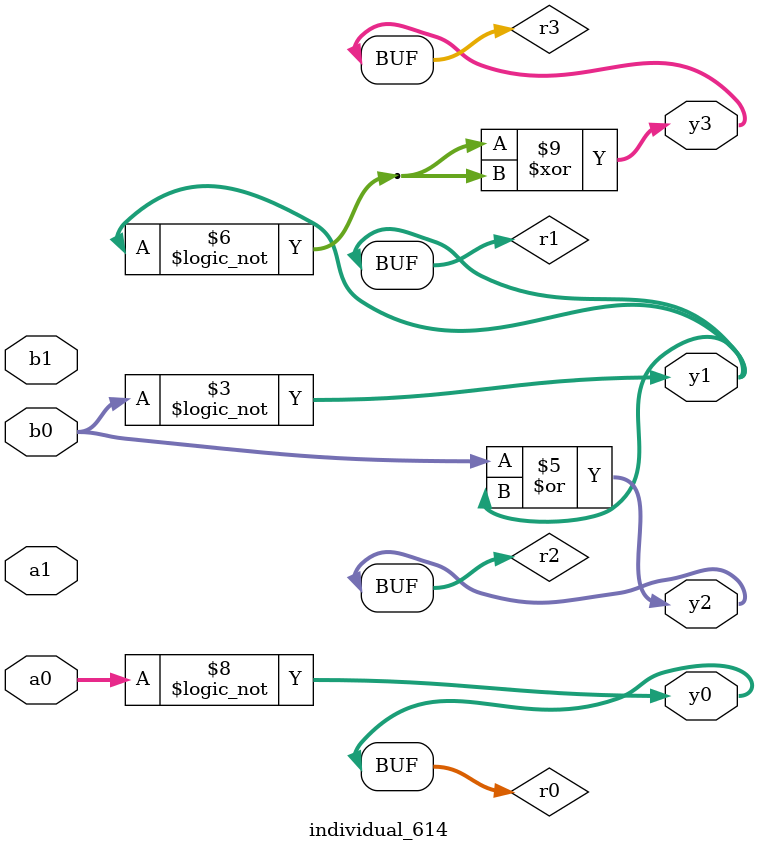
<source format=sv>
module individual_614(input logic [15:0] a1, input logic [15:0] a0, input logic [15:0] b1, input logic [15:0] b0, output logic [15:0] y3, output logic [15:0] y2, output logic [15:0] y1, output logic [15:0] y0);
logic [15:0] r0, r1, r2, r3; 
 always@(*) begin 
	 r0 = a0; r1 = a1; r2 = b0; r3 = b1; 
 	 r1  ^=  a1 ;
 	 r1 = ! r2 ;
 	 r0  |=  r3 ;
 	 r2  |=  r1 ;
 	 r3 = ! r1 ;
 	 r0  ^=  r1 ;
 	 r0 = ! a0 ;
 	 r3  ^=  r3 ;
 	 y3 = r3; y2 = r2; y1 = r1; y0 = r0; 
end
endmodule
</source>
